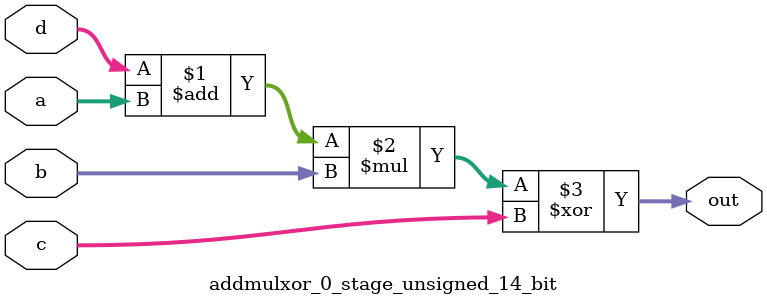
<source format=sv>
(* use_dsp = "yes" *) module addmulxor_0_stage_unsigned_14_bit(
	input  [13:0] a,
	input  [13:0] b,
	input  [13:0] c,
	input  [13:0] d,
	output [13:0] out
	);

	assign out = ((d + a) * b) ^ c;
endmodule

</source>
